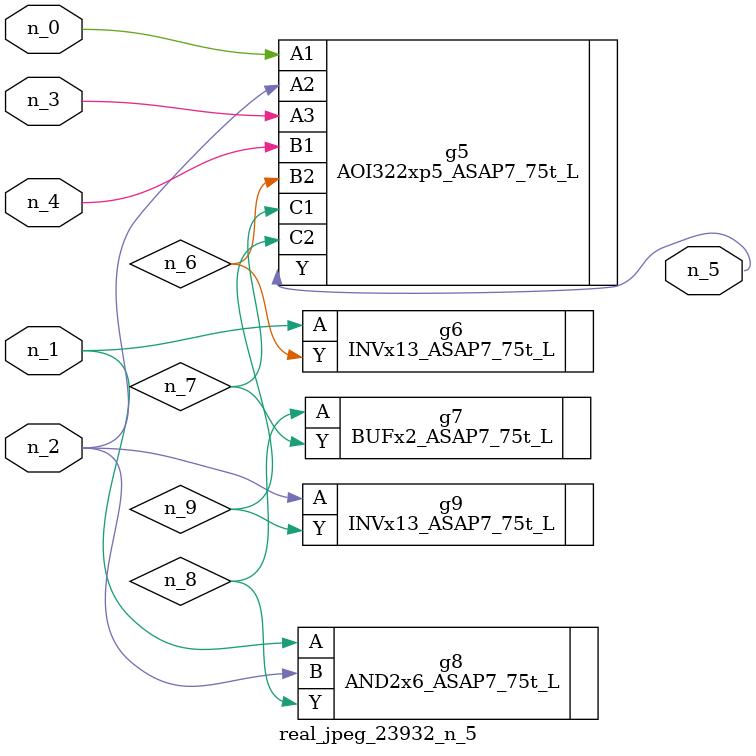
<source format=v>
module real_jpeg_23932_n_5 (n_4, n_0, n_1, n_2, n_3, n_5);

input n_4;
input n_0;
input n_1;
input n_2;
input n_3;

output n_5;

wire n_8;
wire n_6;
wire n_7;
wire n_9;

AOI322xp5_ASAP7_75t_L g5 ( 
.A1(n_0),
.A2(n_2),
.A3(n_3),
.B1(n_4),
.B2(n_6),
.C1(n_7),
.C2(n_9),
.Y(n_5)
);

INVx13_ASAP7_75t_L g6 ( 
.A(n_1),
.Y(n_6)
);

AND2x6_ASAP7_75t_L g8 ( 
.A(n_1),
.B(n_2),
.Y(n_8)
);

INVx13_ASAP7_75t_L g9 ( 
.A(n_2),
.Y(n_9)
);

BUFx2_ASAP7_75t_L g7 ( 
.A(n_8),
.Y(n_7)
);


endmodule
</source>
